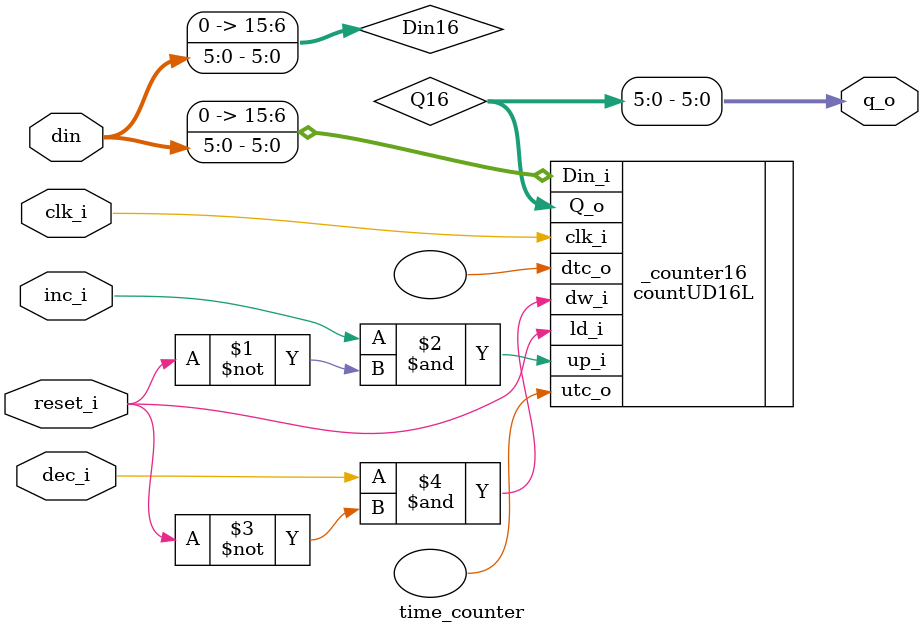
<source format=v>
`timescale 1ns / 1ps

/*
Page 5: Time Counter
*/
module time_counter(
    input        clk_i,     // Page 2: connect only the system clock as input to the clock pins of any sequential components
    input        inc_i,     // Page 5: count down to 0 (or vice versa).
                            // count up enable (1 = increment on this clock edge)
    input        dec_i,     // not used in our design, but provided for completeness
    input        reset_i,   // Page 5: This will be your method of reseting the counter.
                            // synchronous load signal (1 = load din on this clock edge).
    input  [5:0] din,       // Page 5: load a 6-bit binary value
    output [5:0] q_o        // Page 5: You can actually use your 16-bit counter and leave the top bits unconnected.
);


    // Page 5: You can actually use your 16-bit counter and leave the top bits unconnected.
    wire [15:0] Din16;                // By forcing the upper bits to 0 and never reading them, synthesis will prune them
    assign Din16[5:0]   = din;        // Page 5: You will need a loadable counter that can load a 6-bit binary value and count down to 0 (or vice versa)
    assign Din16[15:6]  = 10'b0;      // Page 5: leave the top bits unconnected. (high bits unused)

    // Full 16-bit count output from countUD16L
    wire [15:0] Q16;
    
    // Page 5: Since you have completed Lab 3 you should have one handy. You can actually use your 16-bit counter and leave the top bits unconnected. 
    // The tools will remove any logic that is not useful and that will turn your 16-bit counter into a smaller counter.
    // In case it wasn't obvious enough you should directly reuse your UD16L counter from Lab 3.
    countUD16L _counter16 (
        .clk_i (clk_i),             // same system clock
        .up_i  (inc_i & ~reset_i),  // increment when enabled and not loading
        .dw_i  (dec_i & ~reset_i),  // decrement when enabled and not loading
                                    // However in Lab 4 dec_i = 0 (counting up only).
        .ld_i  (reset_i),           // Page 5: This will be your method of reseting the counter.
                                    // when 1, synchronously load Din16 on this clock
        .Din_i (Din16),             // 16-bit load value (we only care about low 6 bits)
        .Q_o   (Q16),               // 16-bit counter state
        .utc_o (),                  // not used in Lab 4
        .dtc_o ()                   // not used in Lab 4
    );

   // Page 5: You can actually use your 16-bit counter and leave the top bits unconnected.
    assign q_o = Q16[5:0];  // Expose only the lower 6 bits as q_o

endmodule

</source>
